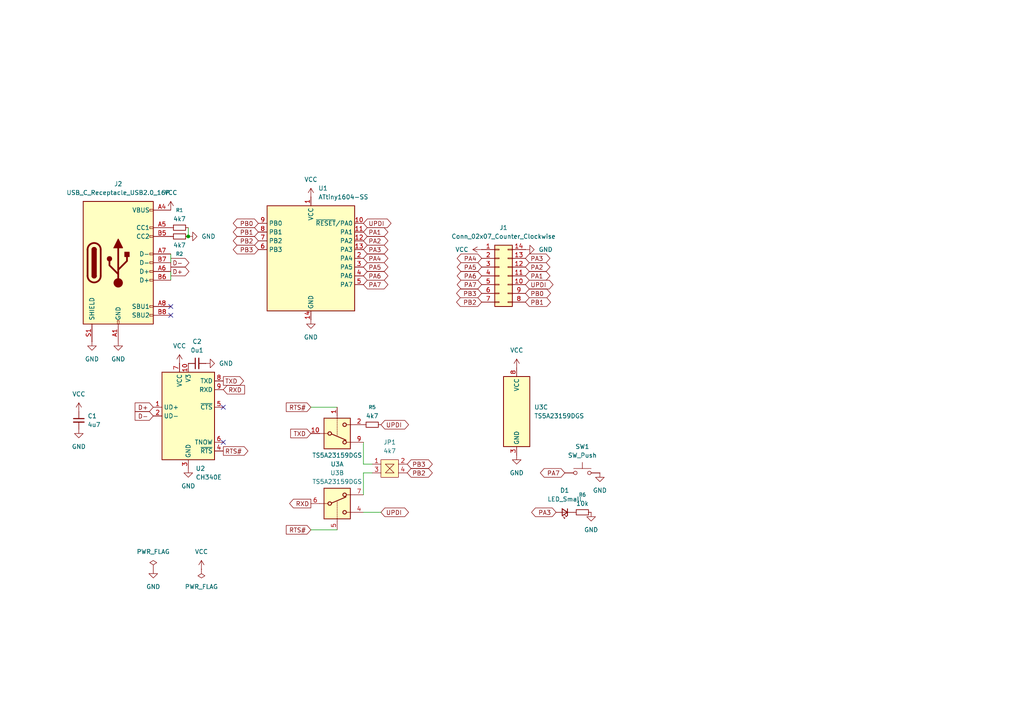
<source format=kicad_sch>
(kicad_sch (version 20250114) (generator "eeschema") (generator_version "9.0")
  (paper "A4")
  (lib_symbols
    (symbol "Analog_Switch:TS5A23159DGS"
      (property "Reference" "U" (at -5.08 8.89 0))
      (property "Value" "TS5A23159DGS" (at -5.08 6.985 0))
      (symbol "TS5A23159DGS_1_1"
        (polyline (pts (xy -5.08 0) (xy -2.794 0)))
        (rectangle (start -3.81 4.445) (end 3.81 -4.445) (stroke (width 0.254)) (fill (type background)))
        (circle (center -2.159 0) (radius 0.508) (stroke (width 0.254)))
        (polyline (pts (xy -1.651 0.127) (xy 2.54 1.905)) (stroke (width 0.254)))
        (polyline (pts (xy 0 0.254) (xy 0 0.508)))
        (polyline (pts (xy 0 -0.254) (xy 0 0)))
        (polyline (pts (xy 0 -0.762) (xy 0 -0.508)))
        (polyline (pts (xy 0 -1.27) (xy 0 -1.016)))
        (polyline (pts (xy 0 -1.778) (xy 0 -1.524)))
        (polyline (pts (xy 0 -2.286) (xy 0 -2.032)))
        (polyline (pts (xy 0 -2.794) (xy 0 -2.54)))
        (polyline (pts (xy 0 -3.302) (xy 0 -3.048)))
        (polyline (pts (xy 0 -3.81) (xy 0 -3.556)))
        (polyline (pts (xy 0 -4.318) (xy 0 -4.064)))
        (polyline (pts (xy 0 -5.08) (xy 0 -4.572)))
        (circle (center 2.159 2.54) (radius 0.508) (stroke (width 0.254)))
        (circle (center 2.159 -2.54) (radius 0.508) (stroke (width 0.254)))
        (polyline (pts (xy 5.08 2.54) (xy 2.794 2.54)))
        (polyline (pts (xy 5.08 -2.54) (xy 2.794 -2.54)))
        (pin passive line (at -7.62 0 0) (length 2.54) (name "~") (number "10"))
        (pin input line (at 0 -7.62 90) (length 2.54) (name "~") (number "1"))
        (pin passive line (at 7.62 2.54 180) (length 2.54) (name "~") (number "9"))
        (pin passive line (at 7.62 -2.54 180) (length 2.54) (name "~") (number "2"))
      )
      (symbol "TS5A23159DGS_2_1"
        (polyline (pts (xy -5.08 0) (xy -2.794 0)))
        (rectangle (start -3.81 4.445) (end 3.81 -4.445) (stroke (width 0.254)) (fill (type background)))
        (circle (center -2.159 0) (radius 0.508) (stroke (width 0.254)))
        (polyline (pts (xy -1.651 0.127) (xy 2.54 1.905)) (stroke (width 0.254)))
        (polyline (pts (xy 0 0.254) (xy 0 0.508)))
        (polyline (pts (xy 0 -0.254) (xy 0 0)))
        (polyline (pts (xy 0 -0.762) (xy 0 -0.508)))
        (polyline (pts (xy 0 -1.27) (xy 0 -1.016)))
        (polyline (pts (xy 0 -1.778) (xy 0 -1.524)))
        (polyline (pts (xy 0 -2.286) (xy 0 -2.032)))
        (polyline (pts (xy 0 -2.794) (xy 0 -2.54)))
        (polyline (pts (xy 0 -3.302) (xy 0 -3.048)))
        (polyline (pts (xy 0 -3.81) (xy 0 -3.556)))
        (polyline (pts (xy 0 -4.318) (xy 0 -4.064)))
        (polyline (pts (xy 0 -5.08) (xy 0 -4.572)))
        (circle (center 2.159 2.54) (radius 0.508) (stroke (width 0.254)))
        (circle (center 2.159 -2.54) (radius 0.508) (stroke (width 0.254)))
        (polyline (pts (xy 5.08 2.54) (xy 2.794 2.54)))
        (polyline (pts (xy 5.08 -2.54) (xy 2.794 -2.54)))
        (pin passive line (at -7.62 0 0) (length 2.54) (name "~") (number "6"))
        (pin input line (at 0 -7.62 90) (length 2.54) (name "~") (number "5"))
        (pin passive line (at 7.62 2.54 180) (length 2.54) (name "~") (number "7"))
        (pin passive line (at 7.62 -2.54 180) (length 2.54) (name "~") (number "4"))
      )
      (symbol "TS5A23159DGS_3_1"
        (rectangle (start -3.81 10.16) (end 3.81 -10.16) (stroke (width 0.254)) (fill (type background)))
        (pin power_in line (at 0 12.7 270) (length 2.54) (name "VCC") (number "8"))
        (pin power_in line (at 0 -12.7 90) (length 2.54) (name "GND") (number "3"))
      )
    )
    (symbol "Connector:USB_C_Receptacle_USB2.0_16P" (pin_names (offset 1.016))
      (property "Reference" "J" (at 0 22.225 0))
      (property "Value" "USB_C_Receptacle_USB2.0_16P" (at 0 19.685 0))
      (symbol "USB_C_Receptacle_USB2.0_16P_0_0"
        (rectangle (start -0.254 -17.78) (end 0.254 -16.764))
        (rectangle (start 10.16 15.494) (end 9.144 14.986))
        (rectangle (start 10.16 10.414) (end 9.144 9.906))
        (rectangle (start 10.16 7.874) (end 9.144 7.366))
        (rectangle (start 10.16 2.794) (end 9.144 2.286))
        (rectangle (start 10.16 0.254) (end 9.144 -0.254))
        (rectangle (start 10.16 -2.286) (end 9.144 -2.794))
        (rectangle (start 10.16 -4.826) (end 9.144 -5.334))
        (rectangle (start 10.16 -12.446) (end 9.144 -12.954))
        (rectangle (start 10.16 -14.986) (end 9.144 -15.494))
      )
      (symbol "USB_C_Receptacle_USB2.0_16P_0_1"
        (rectangle (start -10.16 17.78) (end 10.16 -17.78) (stroke (width 0.254)) (fill (type background)))
        (polyline (pts (xy -8.89 -3.81) (xy -8.89 3.81)) (stroke (width 0.508)))
        (rectangle (start -7.62 -3.81) (end -6.35 3.81) (stroke (width 0.254)) (fill (type outline)))
        (arc (start -7.62 3.81) (mid -6.985 4.4423) (end -6.35 3.81) (stroke (width 0.254)))
        (arc (start -7.62 3.81) (mid -6.985 4.4423) (end -6.35 3.81) (stroke (width 0.254)) (fill (type outline)))
        (arc (start -8.89 3.81) (mid -6.985 5.7067) (end -5.08 3.81) (stroke (width 0.508)))
        (arc (start -5.08 -3.81) (mid -6.985 -5.7067) (end -8.89 -3.81) (stroke (width 0.508)))
        (arc (start -6.35 -3.81) (mid -6.985 -4.4423) (end -7.62 -3.81) (stroke (width 0.254)))
        (arc (start -6.35 -3.81) (mid -6.985 -4.4423) (end -7.62 -3.81) (stroke (width 0.254)) (fill (type outline)))
        (polyline (pts (xy -5.08 3.81) (xy -5.08 -3.81)) (stroke (width 0.508)))
        (circle (center -2.54 1.143) (radius 0.635) (stroke (width 0.254)) (fill (type outline)))
        (polyline (pts (xy -1.27 4.318) (xy 0 6.858) (xy 1.27 4.318) (xy -1.27 4.318)) (stroke (width 0.254)) (fill (type outline)))
        (polyline (pts (xy 0 -2.032) (xy 2.54 0.508) (xy 2.54 1.778)) (stroke (width 0.508)))
        (polyline (pts (xy 0 -3.302) (xy -2.54 -0.762) (xy -2.54 0.508)) (stroke (width 0.508)))
        (polyline (pts (xy 0 -5.842) (xy 0 4.318)) (stroke (width 0.508)))
        (circle (center 0 -5.842) (radius 1.27) (fill (type outline)))
        (rectangle (start 1.905 1.778) (end 3.175 3.048) (stroke (width 0.254)) (fill (type outline)))
      )
      (symbol "USB_C_Receptacle_USB2.0_16P_1_1"
        (pin passive line (at -7.62 -22.86 90) (length 5.08) (name "SHIELD") (number "S1"))
        (pin passive line (at 0 -22.86 90) (length 5.08) (name "GND") (number "A1"))
        (pin passive line (at 0 -22.86 90) (length 5.08) (hide yes) (name "GND") (number "A12"))
        (pin passive line (at 0 -22.86 90) (length 5.08) (hide yes) (name "GND") (number "B1"))
        (pin passive line (at 0 -22.86 90) (length 5.08) (hide yes) (name "GND") (number "B12"))
        (pin passive line (at 15.24 15.24 180) (length 5.08) (name "VBUS") (number "A4"))
        (pin passive line (at 15.24 15.24 180) (length 5.08) (hide yes) (name "VBUS") (number "A9"))
        (pin passive line (at 15.24 15.24 180) (length 5.08) (hide yes) (name "VBUS") (number "B4"))
        (pin passive line (at 15.24 15.24 180) (length 5.08) (hide yes) (name "VBUS") (number "B9"))
        (pin bidirectional line (at 15.24 10.16 180) (length 5.08) (name "CC1") (number "A5"))
        (pin bidirectional line (at 15.24 7.62 180) (length 5.08) (name "CC2") (number "B5"))
        (pin bidirectional line (at 15.24 2.54 180) (length 5.08) (name "D-") (number "A7"))
        (pin bidirectional line (at 15.24 0 180) (length 5.08) (name "D-") (number "B7"))
        (pin bidirectional line (at 15.24 -2.54 180) (length 5.08) (name "D+") (number "A6"))
        (pin bidirectional line (at 15.24 -5.08 180) (length 5.08) (name "D+") (number "B6"))
        (pin bidirectional line (at 15.24 -12.7 180) (length 5.08) (name "SBU1") (number "A8"))
        (pin bidirectional line (at 15.24 -15.24 180) (length 5.08) (name "SBU2") (number "B8"))
      )
    )
    (symbol "Connector_Generic:Conn_02x07_Counter_Clockwise" (pin_names (offset 1.016) (hide yes))
      (property "Reference" "J" (at 1.27 10.16 0))
      (property "Value" "Conn_02x07_Counter_Clockwise" (at 1.27 -10.16 0))
      (symbol "Conn_02x07_Counter_Clockwise_1_1"
        (rectangle (start -1.27 8.89) (end 3.81 -8.89) (stroke (width 0.254)) (fill (type background)))
        (rectangle (start -1.27 7.747) (end 0 7.493) (stroke (width 0.1524)))
        (rectangle (start -1.27 5.207) (end 0 4.953) (stroke (width 0.1524)))
        (rectangle (start -1.27 2.667) (end 0 2.413) (stroke (width 0.1524)))
        (rectangle (start -1.27 0.127) (end 0 -0.127) (stroke (width 0.1524)))
        (rectangle (start -1.27 -2.413) (end 0 -2.667) (stroke (width 0.1524)))
        (rectangle (start -1.27 -4.953) (end 0 -5.207) (stroke (width 0.1524)))
        (rectangle (start -1.27 -7.493) (end 0 -7.747) (stroke (width 0.1524)))
        (rectangle (start 3.81 7.747) (end 2.54 7.493) (stroke (width 0.1524)))
        (rectangle (start 3.81 5.207) (end 2.54 4.953) (stroke (width 0.1524)))
        (rectangle (start 3.81 2.667) (end 2.54 2.413) (stroke (width 0.1524)))
        (rectangle (start 3.81 0.127) (end 2.54 -0.127) (stroke (width 0.1524)))
        (rectangle (start 3.81 -2.413) (end 2.54 -2.667) (stroke (width 0.1524)))
        (rectangle (start 3.81 -4.953) (end 2.54 -5.207) (stroke (width 0.1524)))
        (rectangle (start 3.81 -7.493) (end 2.54 -7.747) (stroke (width 0.1524)))
        (pin passive line (at -5.08 7.62 0) (length 3.81) (name "Pin_1") (number "1"))
        (pin passive line (at -5.08 5.08 0) (length 3.81) (name "Pin_2") (number "2"))
        (pin passive line (at -5.08 2.54 0) (length 3.81) (name "Pin_3") (number "3"))
        (pin passive line (at -5.08 0 0) (length 3.81) (name "Pin_4") (number "4"))
        (pin passive line (at -5.08 -2.54 0) (length 3.81) (name "Pin_5") (number "5"))
        (pin passive line (at -5.08 -5.08 0) (length 3.81) (name "Pin_6") (number "6"))
        (pin passive line (at -5.08 -7.62 0) (length 3.81) (name "Pin_7") (number "7"))
        (pin passive line (at 7.62 7.62 180) (length 3.81) (name "Pin_14") (number "14"))
        (pin passive line (at 7.62 5.08 180) (length 3.81) (name "Pin_13") (number "13"))
        (pin passive line (at 7.62 2.54 180) (length 3.81) (name "Pin_12") (number "12"))
        (pin passive line (at 7.62 0 180) (length 3.81) (name "Pin_11") (number "11"))
        (pin passive line (at 7.62 -2.54 180) (length 3.81) (name "Pin_10") (number "10"))
        (pin passive line (at 7.62 -5.08 180) (length 3.81) (name "Pin_9") (number "9"))
        (pin passive line (at 7.62 -7.62 180) (length 3.81) (name "Pin_8") (number "8"))
      )
    )
    (symbol "Device:C_Small" (pin_numbers (hide yes)) (pin_names (offset 0.254) (hide yes))
      (property "Reference" "C" (at 0.254 1.778 0))
      (property "Value" "C_Small" (at 0.254 -2.032 0))
      (symbol "C_Small_0_1"
        (polyline (pts (xy -1.524 0.508) (xy 1.524 0.508)) (stroke (width 0.3048)))
        (polyline (pts (xy -1.524 -0.508) (xy 1.524 -0.508)) (stroke (width 0.3302)))
      )
      (symbol "C_Small_1_1"
        (pin passive line (at 0 2.54 270) (length 2.032) (name "~") (number "1"))
        (pin passive line (at 0 -2.54 90) (length 2.032) (name "~") (number "2"))
      )
    )
    (symbol "Device:LED_Small" (pin_numbers (hide yes)) (pin_names (offset 0.254) (hide yes))
      (property "Reference" "D" (at -1.27 3.175 0))
      (property "Value" "LED_Small" (at -4.445 -2.54 0))
      (symbol "LED_Small_0_1"
        (polyline (pts (xy -0.762 -1.016) (xy -0.762 1.016)) (stroke (width 0.254)))
        (polyline (pts (xy 0 0.762) (xy -0.508 1.27) (xy -0.254 1.27) (xy -0.508 1.27) (xy -0.508 1.016)))
        (polyline (pts (xy 0.508 1.27) (xy 0 1.778) (xy 0.254 1.778) (xy 0 1.778) (xy 0 1.524)))
        (polyline (pts (xy 0.762 -1.016) (xy -0.762 0) (xy 0.762 1.016) (xy 0.762 -1.016)) (stroke (width 0.254)))
        (polyline (pts (xy 1.016 0) (xy -0.762 0)))
      )
      (symbol "LED_Small_1_1"
        (pin passive line (at -2.54 0 0) (length 1.778) (name "K") (number "1"))
        (pin passive line (at 2.54 0 180) (length 1.778) (name "A") (number "2"))
      )
    )
    (symbol "Device:R_Small" (pin_numbers (hide yes)) (pin_names (offset 0.254) (hide yes))
      (property "Reference" "R" (at 0 0 90))
      (property "Value" "R_Small" (at 1.778 0 90))
      (symbol "R_Small_0_1"
        (rectangle (start -0.762 1.778) (end 0.762 -1.778) (stroke (width 0.2032)))
      )
      (symbol "R_Small_1_1"
        (pin passive line (at 0 2.54 270) (length 0.762) (name "~") (number "1"))
        (pin passive line (at 0 -2.54 90) (length 0.762) (name "~") (number "2"))
      )
    )
    (symbol "Interface_USB:CH340E"
      (property "Reference" "U" (at -5.08 13.97 0))
      (property "Value" "CH340E" (at 1.27 13.97 0))
      (symbol "CH340E_0_1"
        (rectangle (start -7.62 12.7) (end 7.62 -12.7) (stroke (width 0.254)) (fill (type background)))
      )
      (symbol "CH340E_1_1"
        (pin bidirectional line (at -10.16 2.54 0) (length 2.54) (name "UD+") (number "1"))
        (pin bidirectional line (at -10.16 0 0) (length 2.54) (name "UD-") (number "2"))
        (pin power_in line (at -2.54 15.24 270) (length 2.54) (name "VCC") (number "7"))
        (pin power_out line (at 0 15.24 270) (length 2.54) (name "V3") (number "10"))
        (pin power_in line (at 0 -15.24 90) (length 2.54) (name "GND") (number "3"))
        (pin output line (at 10.16 10.16 180) (length 2.54) (name "TXD") (number "8"))
        (pin input line (at 10.16 7.62 180) (length 2.54) (name "RXD") (number "9"))
        (pin input line (at 10.16 2.54 180) (length 2.54) (name "~{CTS}") (number "5"))
        (pin output line (at 10.16 -7.62 180) (length 2.54) (name "TNOW") (number "6"))
        (pin output line (at 10.16 -10.16 180) (length 2.54) (name "~{RTS}") (number "4"))
      )
    )
    (symbol "Library:pokayoke"
      (property "Reference" "JP" (at 1.27 3.81 0))
      (property "Value" "pokayoke" (at 1.27 2.54 0))
      (symbol "pokayoke_0_1"
        (polyline (pts (xy 0 0) (xy 2.54 0) (xy 0 -2.54) (xy 2.54 -2.54) (xy 0 0)))
        (polyline (pts (xy 0 -2.54) (xy 0 -2.54)))
      )
      (symbol "pokayoke_1_1"
        (rectangle (start -1.27 1.27) (end 3.81 -3.81) (fill (type background)))
        (pin bidirectional line (at -3.81 0 0) (length 2.54) (name "") (number "1"))
        (pin bidirectional line (at -3.81 -2.54 0) (length 2.54) (name "") (number "3"))
        (pin bidirectional line (at 6.35 0 180) (length 2.54) (name "") (number "2"))
        (pin bidirectional line (at 6.35 -2.54 180) (length 2.54) (name "") (number "4"))
      )
    )
    (symbol "MCU_Microchip_ATtiny:ATtiny1604-SS"
      (property "Reference" "U" (at -12.7 16.51 0))
      (property "Value" "ATtiny1604-SS" (at 2.54 -16.51 0))
      (symbol "ATtiny1604-SS_0_1"
        (rectangle (start -12.7 -15.24) (end 12.7 15.24) (stroke (width 0.254)) (fill (type background)))
      )
      (symbol "ATtiny1604-SS_1_1"
        (pin bidirectional line (at -15.24 10.16 0) (length 2.54) (name "PB0") (number "9"))
        (pin bidirectional line (at -15.24 7.62 0) (length 2.54) (name "PB1") (number "8"))
        (pin bidirectional line (at -15.24 5.08 0) (length 2.54) (name "PB2") (number "7"))
        (pin bidirectional line (at -15.24 2.54 0) (length 2.54) (name "PB3") (number "6"))
        (pin power_in line (at 0 17.78 270) (length 2.54) (name "VCC") (number "1"))
        (pin power_in line (at 0 -17.78 90) (length 2.54) (name "GND") (number "14"))
        (pin bidirectional line (at 15.24 10.16 180) (length 2.54) (name "~{RESET}/PA0") (number "10"))
        (pin bidirectional line (at 15.24 7.62 180) (length 2.54) (name "PA1") (number "11"))
        (pin bidirectional line (at 15.24 5.08 180) (length 2.54) (name "PA2") (number "12"))
        (pin bidirectional line (at 15.24 2.54 180) (length 2.54) (name "PA3") (number "13"))
        (pin bidirectional line (at 15.24 0 180) (length 2.54) (name "PA4") (number "2"))
        (pin bidirectional line (at 15.24 -2.54 180) (length 2.54) (name "PA5") (number "3"))
        (pin bidirectional line (at 15.24 -5.08 180) (length 2.54) (name "PA6") (number "4"))
        (pin bidirectional line (at 15.24 -7.62 180) (length 2.54) (name "PA7") (number "5"))
      )
    )
    (symbol "Switch:SW_Push" (pin_numbers (hide yes)) (pin_names (offset 1.016) (hide yes))
      (property "Reference" "SW" (at 1.27 2.54 0))
      (property "Value" "SW_Push" (at 0 -1.524 0))
      (symbol "SW_Push_0_1"
        (circle (center -2.032 0) (radius 0.508))
        (polyline (pts (xy 0 1.27) (xy 0 3.048)))
        (circle (center 2.032 0) (radius 0.508))
        (polyline (pts (xy 2.54 1.27) (xy -2.54 1.27)))
        (pin passive line (at -5.08 0 0) (length 2.54) (name "1") (number "1"))
        (pin passive line (at 5.08 0 180) (length 2.54) (name "2") (number "2"))
      )
    )
    (symbol "power:GND" (power) (pin_numbers (hide yes)) (pin_names (offset 0) (hide yes))
      (property "Value" "GND" (at 0 -3.81 0))
      (symbol "GND_0_1"
        (polyline (pts (xy 0 0) (xy 0 -1.27) (xy 1.27 -1.27) (xy 0 -2.54) (xy -1.27 -1.27) (xy 0 -1.27)))
      )
      (symbol "GND_1_1"
        (pin power_in line (at 0 0 270) (length 0) (name "~") (number "1"))
      )
    )
    (symbol "power:PWR_FLAG" (power) (pin_numbers (hide yes)) (pin_names (offset 0) (hide yes))
      (property "Value" "PWR_FLAG" (at 0 3.81 0))
      (symbol "PWR_FLAG_0_0"
        (pin power_out line (at 0 0 90) (length 0) (name "~") (number "1"))
      )
      (symbol "PWR_FLAG_0_1"
        (polyline (pts (xy 0 0) (xy 0 1.27) (xy -1.016 1.905) (xy 0 2.54) (xy 1.016 1.905) (xy 0 1.27)))
      )
    )
    (symbol "power:VCC" (power) (pin_numbers (hide yes)) (pin_names (offset 0) (hide yes))
      (property "Value" "VCC" (at 0 3.556 0))
      (symbol "VCC_0_1"
        (polyline (pts (xy -0.762 1.27) (xy 0 2.54)))
        (polyline (pts (xy 0 2.54) (xy 0.762 1.27)))
        (polyline (pts (xy 0 0) (xy 0 2.54)))
      )
      (symbol "VCC_1_1"
        (pin power_in line (at 0 0 90) (length 0) (name "~") (number "1"))
      )
    )
  )
  (junction (at 54.61 68.58))
  (no_connect (at 49.53 91.44))
  (no_connect (at 64.77 128.27))
  (no_connect (at 64.77 118.11))
  (no_connect (at 49.53 88.9))
  (wire (pts (xy 105.41 128.27) (xy 105.41 134.62)))
  (wire (pts (xy 49.53 73.66) (xy 49.53 76.2)))
  (wire (pts (xy 110.49 148.59) (xy 105.41 148.59)))
  (wire (pts (xy 49.53 78.74) (xy 49.53 81.28)))
  (wire (pts (xy 90.17 153.67) (xy 97.79 153.67)))
  (wire (pts (xy 90.17 118.11) (xy 97.79 118.11)))
  (wire (pts (xy 105.41 137.16) (xy 107.95 137.16)))
  (wire (pts (xy 105.41 134.62) (xy 107.95 134.62)))
  (wire (pts (xy 54.61 66.04) (xy 54.61 68.58)))
  (wire (pts (xy 105.41 143.51) (xy 105.41 137.16)))
  (global_label "D+" (shape input) (at 44.45 118.11 180) (property "Intersheetrefs" "${INTERSHEET_REFS}" (effects (hide yes))))
  (global_label "UPDI" (shape bidirectional) (at 110.49 123.19 0) (property "Intersheetrefs" "${INTERSHEET_REFS}" (effects (hide yes))))
  (global_label "PB3" (shape bidirectional) (at 139.7 85.09 180) (property "Intersheetrefs" "${INTERSHEET_REFS}" (effects (hide yes))))
  (global_label "PA7" (shape bidirectional) (at 105.41 82.55 0) (property "Intersheetrefs" "${INTERSHEET_REFS}" (effects (hide yes))))
  (global_label "RTS#" (shape output) (at 64.77 130.81 0) (property "Intersheetrefs" "${INTERSHEET_REFS}" (effects (hide yes))))
  (global_label "TXD" (shape output) (at 64.77 110.49 0) (property "Intersheetrefs" "${INTERSHEET_REFS}" (effects (hide yes))))
  (global_label "PB1" (shape bidirectional) (at 152.4 87.63 0) (property "Intersheetrefs" "${INTERSHEET_REFS}" (effects (hide yes))))
  (global_label "UPDI" (shape bidirectional) (at 152.4 82.55 0) (property "Intersheetrefs" "${INTERSHEET_REFS}" (effects (hide yes))))
  (global_label "RXD" (shape output) (at 90.17 146.05 180) (property "Intersheetrefs" "${INTERSHEET_REFS}" (effects (hide yes))))
  (global_label "PB3" (shape bidirectional) (at 74.93 72.39 180) (property "Intersheetrefs" "${INTERSHEET_REFS}" (effects (hide yes))))
  (global_label "PB2" (shape bidirectional) (at 118.11 137.16 0) (property "Intersheetrefs" "${INTERSHEET_REFS}" (effects (hide yes))))
  (global_label "PA6" (shape bidirectional) (at 105.41 80.01 0) (property "Intersheetrefs" "${INTERSHEET_REFS}" (effects (hide yes))))
  (global_label "PA6" (shape bidirectional) (at 139.7 80.01 180) (property "Intersheetrefs" "${INTERSHEET_REFS}" (effects (hide yes))))
  (global_label "TXD" (shape input) (at 90.17 125.73 180) (property "Intersheetrefs" "${INTERSHEET_REFS}" (effects (hide yes))))
  (global_label "D-" (shape input) (at 44.45 120.65 180) (property "Intersheetrefs" "${INTERSHEET_REFS}" (effects (hide yes))))
  (global_label "PB2" (shape bidirectional) (at 74.93 69.85 180) (property "Intersheetrefs" "${INTERSHEET_REFS}" (effects (hide yes))))
  (global_label "PA2" (shape bidirectional) (at 152.4 77.47 0) (property "Intersheetrefs" "${INTERSHEET_REFS}" (effects (hide yes))))
  (global_label "PA1" (shape bidirectional) (at 105.41 67.31 0) (property "Intersheetrefs" "${INTERSHEET_REFS}" (effects (hide yes))))
  (global_label "PA1" (shape bidirectional) (at 152.4 80.01 0) (property "Intersheetrefs" "${INTERSHEET_REFS}" (effects (hide yes))))
  (global_label "PA4" (shape bidirectional) (at 105.41 74.93 0) (property "Intersheetrefs" "${INTERSHEET_REFS}" (effects (hide yes))))
  (global_label "PA5" (shape bidirectional) (at 105.41 77.47 0) (property "Intersheetrefs" "${INTERSHEET_REFS}" (effects (hide yes))))
  (global_label "PA2" (shape bidirectional) (at 105.41 69.85 0) (property "Intersheetrefs" "${INTERSHEET_REFS}" (effects (hide yes))))
  (global_label "PA7" (shape bidirectional) (at 163.83 137.16 180) (property "Intersheetrefs" "${INTERSHEET_REFS}" (effects (hide yes))))
  (global_label "RTS#" (shape input) (at 90.17 153.67 180) (property "Intersheetrefs" "${INTERSHEET_REFS}" (effects (hide yes))))
  (global_label "PB1" (shape bidirectional) (at 74.93 67.31 180) (property "Intersheetrefs" "${INTERSHEET_REFS}" (effects (hide yes))))
  (global_label "RXD" (shape input) (at 64.77 113.03 0) (property "Intersheetrefs" "${INTERSHEET_REFS}" (effects (hide yes))))
  (global_label "PB3" (shape bidirectional) (at 118.11 134.62 0) (property "Intersheetrefs" "${INTERSHEET_REFS}" (effects (hide yes))))
  (global_label "PB0" (shape bidirectional) (at 152.4 85.09 0) (property "Intersheetrefs" "${INTERSHEET_REFS}" (effects (hide yes))))
  (global_label "PB0" (shape bidirectional) (at 74.93 64.77 180) (property "Intersheetrefs" "${INTERSHEET_REFS}" (effects (hide yes))))
  (global_label "RTS#" (shape input) (at 90.17 118.11 180) (property "Intersheetrefs" "${INTERSHEET_REFS}" (effects (hide yes))))
  (global_label "PA5" (shape bidirectional) (at 139.7 77.47 180) (property "Intersheetrefs" "${INTERSHEET_REFS}" (effects (hide yes))))
  (global_label "UPDI" (shape bidirectional) (at 110.49 148.59 0) (property "Intersheetrefs" "${INTERSHEET_REFS}" (effects (hide yes))))
  (global_label "PA7" (shape bidirectional) (at 139.7 82.55 180) (property "Intersheetrefs" "${INTERSHEET_REFS}" (effects (hide yes))))
  (global_label "PA3" (shape bidirectional) (at 105.41 72.39 0) (property "Intersheetrefs" "${INTERSHEET_REFS}" (effects (hide yes))))
  (global_label "PB2" (shape bidirectional) (at 139.7 87.63 180) (property "Intersheetrefs" "${INTERSHEET_REFS}" (effects (hide yes))))
  (global_label "D+" (shape output) (at 49.53 78.74 0) (property "Intersheetrefs" "${INTERSHEET_REFS}" (effects (hide yes))))
  (global_label "D-" (shape output) (at 49.53 76.2 0) (property "Intersheetrefs" "${INTERSHEET_REFS}" (effects (hide yes))))
  (global_label "PA3" (shape bidirectional) (at 152.4 74.93 0) (property "Intersheetrefs" "${INTERSHEET_REFS}" (effects (hide yes))))
  (global_label "UPDI" (shape bidirectional) (at 105.41 64.77 0) (property "Intersheetrefs" "${INTERSHEET_REFS}" (effects (hide yes))))
  (global_label "PA3" (shape bidirectional) (at 161.29 148.59 180) (property "Intersheetrefs" "${INTERSHEET_REFS}" (effects (hide yes))))
  (global_label "PA4" (shape bidirectional) (at 139.7 74.93 180) (property "Intersheetrefs" "${INTERSHEET_REFS}" (effects (hide yes))))
  (symbol (lib_id "power:GND") (at 54.61 68.58 90) (unit 1)
    (property "Reference" "#PWR08" (effects (hide yes)))
    (property "Value" "GND" (at 58.42 68.5799 90) (effects (justify right)))
    (property "Description" "Power symbol creates a global label with name \"GND\" , ground" (effects (hide yes)))
  )
  (symbol (lib_id "power:GND") (at 173.99 137.16 0) (unit 1)
    (property "Reference" "#PWR017" (effects (hide yes)))
    (property "Value" "GND" (at 173.99 142.24 0))
    (property "Description" "Power symbol creates a global label with name \"GND\" , ground" (effects (hide yes)))
  )
  (symbol (lib_id "power:GND") (at 54.61 135.89 0) (unit 1)
    (property "Reference" "#PWR012" (effects (hide yes)))
    (property "Value" "GND" (at 54.61 140.97 0))
    (property "Description" "Power symbol creates a global label with name \"GND\" , ground" (effects (hide yes)))
  )
  (symbol (lib_id "power:GND") (at 59.69 105.41 90) (unit 1)
    (property "Reference" "#PWR013" (effects (hide yes)))
    (property "Value" "GND" (at 63.5 105.4099 90) (effects (justify right)))
    (property "Description" "Power symbol creates a global label with name \"GND\" , ground" (effects (hide yes)))
  )
  (symbol (lib_id "power:PWR_FLAG") (at 58.42 165.1 0) (mirror x) (unit 1)
    (property "Reference" "#FLG02" (effects (hide yes)))
    (property "Value" "PWR_FLAG" (at 58.42 170.18 0))
    (property "Description" "Special symbol for telling ERC where power comes from" (effects (hide yes)))
  )
  (symbol (lib_id "power:GND") (at 171.45 148.59 0) (unit 1)
    (property "Reference" "#PWR016" (effects (hide yes)))
    (property "Value" "GND" (at 171.45 153.67 0))
    (property "Description" "Power symbol creates a global label with name \"GND\" , ground" (effects (hide yes)))
  )
  (symbol (lib_id "power:VCC") (at 139.7 72.39 90) (unit 1)
    (property "Reference" "#PWR02" (effects (hide yes)))
    (property "Value" "VCC" (at 135.89 72.3899 90) (effects (justify left)))
    (property "Description" "Power symbol creates a global label with name \"VCC\"" (effects (hide yes)))
  )
  (symbol (lib_id "power:VCC") (at 22.86 119.38 0) (unit 1)
    (property "Reference" "#PWR09" (effects (hide yes)))
    (property "Value" "VCC" (at 22.86 114.3 0))
    (property "Description" "Power symbol creates a global label with name \"VCC\"" (effects (hide yes)))
  )
  (symbol (lib_id "power:VCC") (at 58.42 165.1 0) (unit 1)
    (property "Reference" "#PWR019" (effects (hide yes)))
    (property "Value" "VCC" (at 58.42 160.02 0))
    (property "Description" "Power symbol creates a global label with name \"VCC\"" (effects (hide yes)))
  )
  (symbol (lib_id "Analog_Switch:TS5A23159DGS") (at 97.79 125.73 0) (mirror x) (unit 1)
    (property "Reference" "U3" (at 97.79 134.62 0))
    (property "Value" "TS5A23159DGS" (at 97.79 132.08 0))
    (property "Footprint" "Package_SO:VSSOP-10_3x3mm_P0.5mm" (effects (hide yes)))
    (property "Datasheet" "http://www.ti.com/lit/ds/symlink/ts5a23159.pdf" (effects (hide yes)))
    (property "Description" "Dual SPDT 1ohm Bidirectional Analog Switch with Off protection, VSSOP-10" (effects (hide yes)))
  )
  (symbol (lib_id "power:PWR_FLAG") (at 44.45 165.1 0) (unit 1)
    (property "Reference" "#FLG01" (effects (hide yes)))
    (property "Value" "PWR_FLAG" (at 44.45 160.02 0))
    (property "Description" "Special symbol for telling ERC where power comes from" (effects (hide yes)))
  )
  (symbol (lib_id "Connector_Generic:Conn_02x07_Counter_Clockwise") (at 144.78 80.01 0) (unit 1)
    (property "Reference" "J1" (at 146.05 66.04 0))
    (property "Value" "Conn_02x07_Counter_Clockwise" (at 146.05 68.58 0))
    (property "Footprint" "Package_DIP:DIP-14_W10.16mm" (effects (hide yes)))
    (property "Description" "Generic connector, double row, 02x07, counter clockwise pin numbering scheme (similar to DIP package numbering), script generated (kicad-library-utils/schlib/autogen/connector/)" (effects (hide yes)))
  )
  (symbol (lib_id "power:VCC") (at 149.86 106.68 0) (unit 1)
    (property "Reference" "#PWR014" (effects (hide yes)))
    (property "Value" "VCC" (at 149.86 101.6 0))
    (property "Description" "Power symbol creates a global label with name \"VCC\"" (effects (hide yes)))
  )
  (symbol (lib_id "power:GND") (at 22.86 124.46 0) (unit 1)
    (property "Reference" "#PWR010" (effects (hide yes)))
    (property "Value" "GND" (at 22.86 129.54 0))
    (property "Description" "Power symbol creates a global label with name \"GND\" , ground" (effects (hide yes)))
  )
  (symbol (lib_id "Analog_Switch:TS5A23159DGS") (at 149.86 119.38 0) (unit 3)
    (property "Reference" "U3" (at 154.94 118.1099 0) (effects (justify left)))
    (property "Value" "TS5A23159DGS" (at 154.94 120.6499 0) (effects (justify left)))
    (property "Footprint" "Package_SO:VSSOP-10_3x3mm_P0.5mm" (effects (hide yes)))
    (property "Datasheet" "http://www.ti.com/lit/ds/symlink/ts5a23159.pdf" (effects (hide yes)))
    (property "Description" "Dual SPDT 1ohm Bidirectional Analog Switch with Off protection, VSSOP-10" (effects (hide yes)))
  )
  (symbol (lib_id "power:GND") (at 26.67 99.06 0) (unit 1)
    (property "Reference" "#PWR06" (effects (hide yes)))
    (property "Value" "GND" (at 26.67 104.14 0))
    (property "Description" "Power symbol creates a global label with name \"GND\" , ground" (effects (hide yes)))
  )
  (symbol (lib_id "power:GND") (at 149.86 132.08 0) (unit 1)
    (property "Reference" "#PWR015" (effects (hide yes)))
    (property "Value" "GND" (at 149.86 137.16 0))
    (property "Description" "Power symbol creates a global label with name \"GND\" , ground" (effects (hide yes)))
  )
  (symbol (lib_id "Library:pokayoke") (at 111.76 134.62 0) (unit 1)
    (property "Reference" "JP1" (at 113.03 128.27 0))
    (property "Value" "4k7" (at 113.03 130.81 0))
    (property "Footprint" "Library:pokayoke_1608" (effects (hide yes)))
  )
  (symbol (lib_id "Connector:USB_C_Receptacle_USB2.0_16P") (at 34.29 76.2 0) (unit 1)
    (property "Reference" "J2" (at 34.29 53.34 0))
    (property "Value" "USB_C_Receptacle_USB2.0_16P" (at 34.29 55.88 0))
    (property "Footprint" "Connector_USB:USB_C_Receptacle_GCT_USB4105-xx-A_16P_TopMnt_Horizontal" (effects (hide yes)))
    (property "Datasheet" "https://www.usb.org/sites/default/files/documents/usb_type-c.zip" (effects (hide yes)))
    (property "Description" "USB 2.0-only 16P Type-C Receptacle connector" (effects (hide yes)))
  )
  (symbol (lib_id "Switch:SW_Push") (at 168.91 137.16 0) (unit 1)
    (property "Reference" "SW1" (at 168.91 129.54 0))
    (property "Value" "SW_Push" (at 168.91 132.08 0))
    (property "Footprint" "Library:alps-skrp" (effects (hide yes)))
    (property "Description" "Push button switch, generic, two pins" (effects (hide yes)))
  )
  (symbol (lib_id "Device:LED_Small") (at 163.83 148.59 180) (unit 1)
    (property "Reference" "D1" (at 163.7665 142.24 0))
    (property "Value" "LED_Small" (at 163.7665 144.78 0))
    (property "Footprint" "LED_SMD:LED_0603_1608Metric" (effects (hide yes)))
    (property "Description" "Light emitting diode, small symbol" (effects (hide yes)))
    (property "Sim.Pin" "1=K 2=A" (effects (hide yes)))
  )
  (symbol (lib_id "power:VCC") (at 90.17 57.15 0) (unit 1)
    (property "Reference" "#PWR01" (effects (hide yes)))
    (property "Value" "VCC" (at 90.17 52.07 0))
    (property "Description" "Power symbol creates a global label with name \"VCC\"" (effects (hide yes)))
  )
  (symbol (lib_id "power:GND") (at 44.45 165.1 0) (unit 1)
    (property "Reference" "#PWR018" (effects (hide yes)))
    (property "Value" "GND" (at 44.45 170.18 0))
    (property "Description" "Power symbol creates a global label with name \"GND\" , ground" (effects (hide yes)))
  )
  (symbol (lib_id "Device:R_Small") (at 52.07 66.04 90) (unit 1)
    (property "Reference" "R1" (at 52.07 60.96 90) (effects (font (size 1.016 1.016))))
    (property "Value" "4k7" (at 52.07 63.5 90))
    (property "Footprint" "Resistor_SMD:R_0603_1608Metric" (effects (hide yes)))
    (property "Description" "Resistor, small symbol" (effects (hide yes)))
  )
  (symbol (lib_id "Device:R_Small") (at 107.95 123.19 90) (unit 1)
    (property "Reference" "R5" (at 107.95 118.11 90) (effects (font (size 1.016 1.016))))
    (property "Value" "4k7" (at 107.95 120.65 90))
    (property "Footprint" "Resistor_SMD:R_0603_1608Metric" (effects (hide yes)))
    (property "Description" "Resistor, small symbol" (effects (hide yes)))
  )
  (symbol (lib_id "MCU_Microchip_ATtiny:ATtiny1604-SS") (at 90.17 74.93 0) (unit 1)
    (property "Reference" "U1" (at 92.3133 54.61 0) (effects (justify left)))
    (property "Value" "ATtiny1604-SS" (at 92.3133 57.15 0) (effects (justify left)))
    (property "Footprint" "Package_SO:SOIC-14_3.9x8.7mm_P1.27mm" (effects (hide yes)))
    (property "Datasheet" "http://ww1.microchip.com/downloads/en/DeviceDoc/ATtiny804_1604-Data-Sheet-40002028A.pdf" (effects (hide yes)))
    (property "Description" "20MHz, 16kB Flash, 1kB SRAM, 256B EEPROM, SOIC-14" (effects (hide yes)))
  )
  (symbol (lib_id "power:VCC") (at 52.07 105.41 0) (unit 1)
    (property "Reference" "#PWR011" (effects (hide yes)))
    (property "Value" "VCC" (at 52.07 100.33 0))
    (property "Description" "Power symbol creates a global label with name \"VCC\"" (effects (hide yes)))
  )
  (symbol (lib_id "Device:R_Small") (at 168.91 148.59 90) (unit 1)
    (property "Reference" "R6" (at 168.91 143.51 90) (effects (font (size 1.016 1.016))))
    (property "Value" "10k" (at 168.91 146.05 90))
    (property "Footprint" "Resistor_SMD:R_0603_1608Metric" (effects (hide yes)))
    (property "Description" "Resistor, small symbol" (effects (hide yes)))
  )
  (symbol (lib_id "Analog_Switch:TS5A23159DGS") (at 97.79 146.05 0) (unit 2)
    (property "Reference" "U3" (at 97.79 137.16 0))
    (property "Value" "TS5A23159DGS" (at 97.79 139.7 0))
    (property "Footprint" "Package_SO:VSSOP-10_3x3mm_P0.5mm" (effects (hide yes)))
    (property "Datasheet" "http://www.ti.com/lit/ds/symlink/ts5a23159.pdf" (effects (hide yes)))
    (property "Description" "Dual SPDT 1ohm Bidirectional Analog Switch with Off protection, VSSOP-10" (effects (hide yes)))
  )
  (symbol (lib_id "Device:C_Small") (at 57.15 105.41 90) (unit 1)
    (property "Reference" "C2" (at 57.1563 99.06 90))
    (property "Value" "0u1" (at 57.1563 101.6 90))
    (property "Footprint" "Capacitor_SMD:C_0603_1608Metric" (effects (hide yes)))
    (property "Description" "Unpolarized capacitor, small symbol" (effects (hide yes)))
  )
  (symbol (lib_id "power:GND") (at 90.17 92.71 0) (unit 1)
    (property "Reference" "#PWR04" (effects (hide yes)))
    (property "Value" "GND" (at 90.17 97.79 0))
    (property "Description" "Power symbol creates a global label with name \"GND\" , ground" (effects (hide yes)))
  )
  (symbol (lib_id "Interface_USB:CH340E") (at 54.61 120.65 0) (unit 1)
    (property "Reference" "U2" (at 56.7533 135.89 0) (effects (justify left)))
    (property "Value" "CH340E" (at 56.7533 138.43 0) (effects (justify left)))
    (property "Footprint" "Package_SO:MSOP-10_3x3mm_P0.5mm" (effects (hide yes)))
    (property "Datasheet" "https://www.mpja.com/download/35227cpdata.pdf" (effects (hide yes)))
    (property "Description" "USB serial converter, UART, MSOP-10" (effects (hide yes)))
  )
  (symbol (lib_id "power:GND") (at 152.4 72.39 90) (unit 1)
    (property "Reference" "#PWR03" (effects (hide yes)))
    (property "Value" "GND" (at 156.21 72.3899 90) (effects (justify right)))
    (property "Description" "Power symbol creates a global label with name \"GND\" , ground" (effects (hide yes)))
  )
  (symbol (lib_id "power:GND") (at 34.29 99.06 0) (unit 1)
    (property "Reference" "#PWR05" (effects (hide yes)))
    (property "Value" "GND" (at 34.29 104.14 0))
    (property "Description" "Power symbol creates a global label with name \"GND\" , ground" (effects (hide yes)))
  )
  (symbol (lib_id "Device:R_Small") (at 52.07 68.58 90) (mirror x) (unit 1)
    (property "Reference" "R2" (at 52.07 73.66 90) (effects (font (size 1.016 1.016))))
    (property "Value" "4k7" (at 52.07 71.12 90))
    (property "Footprint" "Resistor_SMD:R_0603_1608Metric" (effects (hide yes)))
    (property "Description" "Resistor, small symbol" (effects (hide yes)))
  )
  (symbol (lib_id "Device:C_Small") (at 22.86 121.92 0) (unit 1)
    (property "Reference" "C1" (at 25.4 120.6562 0) (effects (justify left)))
    (property "Value" "4u7" (at 25.4 123.1962 0) (effects (justify left)))
    (property "Footprint" "Capacitor_SMD:C_0603_1608Metric" (effects (hide yes)))
    (property "Description" "Unpolarized capacitor, small symbol" (effects (hide yes)))
  )
  (symbol (lib_id "power:VCC") (at 49.53 60.96 0) (unit 1)
    (property "Reference" "#PWR07" (effects (hide yes)))
    (property "Value" "VCC" (at 49.53 55.88 0))
    (property "Description" "Power symbol creates a global label with name \"VCC\"" (effects (hide yes)))
  )
)
</source>
